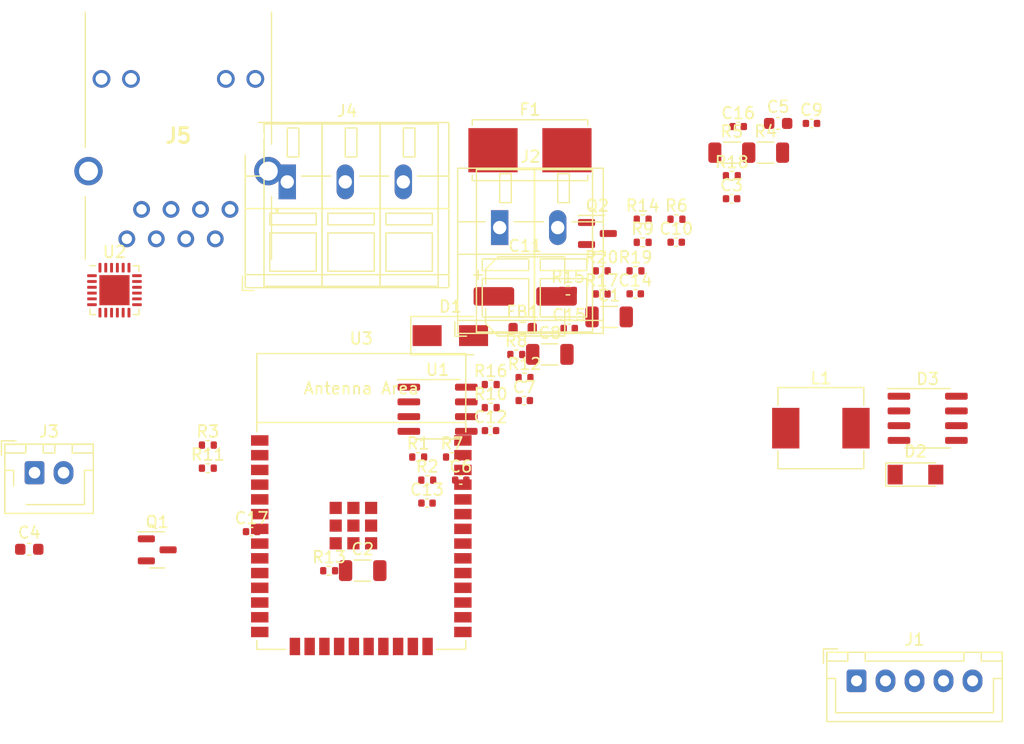
<source format=kicad_pcb>
(kicad_pcb (version 20211014) (generator pcbnew)
  (title_block (title "ELS-32") (date "2023-03-24") (rev "0.1"))
  (layers (0 "F.Cu" signal) (31 "B.Cu" signal) (34 "B.Paste" user) (35 "F.Paste" user) (36 "B.SilkS" user "B.Silkscreen") (37 "F.SilkS" user "F.Silkscreen") (38 "B.Mask" user) (39 "F.Mask" user) (44 "Edge.Cuts" user))
  (net 0 "")
  (net 1 "VDDA")
  (net 2 "GND")
  (net 3 "+3.3V")
  (net 4 "VDD")
  (net 5 "/ENABLE")
  (net 6 "+VDC")
  (net 7 "Net-(C4-Pad2)")
  (net 8 "/TXP")
  (net 9 "/TXN")
  (net 10 "/RXP")
  (net 11 "/RXN")
  (net 12 "Net-(F1-Pad1)")
  (net 13 "Net-(F1-Pad2)")
  (net 14 "/~{BOOT}")
  (net 15 "/TXD")
  (net 16 "/RXD")
  (net 17 "/LED_DATA5")
  (net 18 "/LED_G")
  (net 19 "/LED_Y")
  (net 20 "/REF_CLK")
  (net 21 "/RXD1")
  (net 22 "/RXD0")
  (net 23 "Net-(C5-Pad1)")
  (net 24 "/CRS_DV")
  (net 25 "/MDIO")
  (net 26 "/MDC")
  (net 27 "/~{RST}")
  (net 28 "/TXEN")
  (net 29 "/TXD0")
  (net 30 "/TXD1")
  (net 33 "Net-(C6-Pad2)")
  (net 34 "Net-(C7-Pad1)")
  (net 35 "Net-(C7-Pad2)")
  (net 36 "Net-(D3-Pad5)")
  (net 37 "Net-(D3-Pad6)")
  (net 38 "Net-(D3-Pad7)")
  (net 39 "Net-(D3-Pad8)")
  (net 41 "Net-(J5-Pad9)")
  (net 42 "Net-(J5-Pad11)")
  (net 43 "/LED_DATA33")
  (net 44 "Net-(R2-Pad2)")
  (net 45 "Net-(R10-Pad2)")
  (net 46 "Net-(R11-Pad2)")
  (net 48 "Net-(R12-Pad2)")
  (net 49 "Net-(R13-Pad2)")
  (net 50 "Net-(R15-Pad1)")
  (net 51 "Net-(R20-Pad1)")
  (footprint "Capacitor_SMD:C_0402_1005Metric" (layer "F.Cu") (at 180.99 76.3)
    (fp_text reference "C15" (at 0 -1.16) (layer "F.SilkS"))
    (fp_text value "100n")
    (pad "1" smd roundrect (at -0.48 0) (size 0.56 0.62) (layers "F.Cu" "F.Paste" "F.Mask") (net 3 "+3.3V"))
    (pad "2" smd roundrect (at 0.48 0) (size 0.56 0.62) (layers "F.Cu" "F.Paste" "F.Mask") (net 2 "GND"))
  )
  (footprint "Resistor_SMD:R_1206_3216Metric" (layer "F.Cu") (at 197.91 61.15)
    (fp_text reference "R4" (at 0 -1.82) (layer "F.SilkS"))
    (fp_text value "0")
    (pad "1" smd roundrect (at -1.4625 0) (size 1.125 1.75) (layers "F.Cu" "F.Paste" "F.Mask") (roundrect_rratio 0.222222) (net 4 "VDD"))
    (pad "2" smd roundrect (at 1.4625 0) (size 1.125 1.75) (layers "F.Cu" "F.Paste" "F.Mask") (roundrect_rratio 0.222222) (net 3 "+3.3V"))
  )
  (footprint "els_32-libs:ESP32-WROOM-32E" (layer "F.Cu") (at 163.08 92.97)
    (fp_text reference "U3" (at 0 -15.8) (layer "F.SilkS"))
    (fp_text value "ESP32-WROOM-32E")
    (fp_text user "Antenna Area" (at 0 -11.5) (layer "F.SilkS"))
    (pad "1" smd rect (at -8.75 -7.01) (size 1.5 0.9) (layers "F.Cu" "F.Paste" "F.Mask") (net 2 "GND"))
    (pad "2" smd rect (at -8.75 -5.74) (size 1.5 0.9) (layers "F.Cu" "F.Paste" "F.Mask") (net 3 "+3.3V"))
    (pad "3" smd rect (at -8.75 -4.47) (size 1.5 0.9) (layers "F.Cu" "F.Paste" "F.Mask") (net 5 "/ENABLE"))
    (pad "4" smd rect (at -8.75 -3.2) (size 1.5 0.9) (layers "F.Cu" "F.Paste" "F.Mask"))
    (pad "5" smd rect (at -8.75 -1.93) (size 1.5 0.9) (layers "F.Cu" "F.Paste" "F.Mask"))
    (pad "6" smd rect (at -8.75 -0.66) (size 1.5 0.9) (layers "F.Cu" "F.Paste" "F.Mask"))
    (pad "7" smd rect (at -8.75 0.61) (size 1.5 0.9) (layers "F.Cu" "F.Paste" "F.Mask"))
    (pad "8" smd rect (at -8.75 1.88) (size 1.5 0.9) (layers "F.Cu" "F.Paste" "F.Mask"))
    (pad "9" smd rect (at -8.75 3.15) (size 1.5 0.9) (layers "F.Cu" "F.Paste" "F.Mask"))
    (pad "10" smd rect (at -8.75 4.42) (size 1.5 0.9) (layers "F.Cu" "F.Paste" "F.Mask") (net 22 "/RXD0"))
    (pad "11" smd rect (at -8.75 5.69) (size 1.5 0.9) (layers "F.Cu" "F.Paste" "F.Mask") (net 21 "/RXD1"))
    (pad "12" smd rect (at -8.75 6.96) (size 1.5 0.9) (layers "F.Cu" "F.Paste" "F.Mask") (net 24 "/CRS_DV"))
    (pad "13" smd rect (at -8.75 8.23) (size 1.5 0.9) (layers "F.Cu" "F.Paste" "F.Mask"))
    (pad "14" smd rect (at -8.75 9.5) (size 1.5 0.9) (layers "F.Cu" "F.Paste" "F.Mask"))
    (pad "15" smd rect (at -5.72 10.75 90) (size 1.5 0.9) (layers "F.Cu" "F.Paste" "F.Mask") (net 2 "GND"))
    (pad "16" smd rect (at -4.45 10.75 90) (size 1.5 0.9) (layers "F.Cu" "F.Paste" "F.Mask"))
    (pad "17" smd rect (at -3.18 10.75 90) (size 1.5 0.9) (layers "F.Cu" "F.Paste" "F.Mask"))
    (pad "18" smd rect (at -1.91 10.75 90) (size 1.5 0.9) (layers "F.Cu" "F.Paste" "F.Mask"))
    (pad "19" smd rect (at -0.64 10.75 90) (size 1.5 0.9) (layers "F.Cu" "F.Paste" "F.Mask"))
    (pad "20" smd rect (at 0.63 10.75 90) (size 1.5 0.9) (layers "F.Cu" "F.Paste" "F.Mask"))
    (pad "21" smd rect (at 1.9 10.75 90) (size 1.5 0.9) (layers "F.Cu" "F.Paste" "F.Mask"))
    (pad "22" smd rect (at 3.17 10.75 90) (size 1.5 0.9) (layers "F.Cu" "F.Paste" "F.Mask"))
    (pad "23" smd rect (at 4.44 10.75 90) (size 1.5 0.9) (layers "F.Cu" "F.Paste" "F.Mask"))
    (pad "24" smd rect (at 5.71 10.75 90) (size 1.5 0.9) (layers "F.Cu" "F.Paste" "F.Mask"))
    (pad "25" smd rect (at 8.75 9.5 180) (size 1.5 0.9) (layers "F.Cu" "F.Paste" "F.Mask") (net 14 "/~{BOOT}"))
    (pad "26" smd rect (at 8.75 8.23 180) (size 1.5 0.9) (layers "F.Cu" "F.Paste" "F.Mask") (net 43 "/LED_DATA33"))
    (pad "27" smd rect (at 8.75 6.96 180) (size 1.5 0.9) (layers "F.Cu" "F.Paste" "F.Mask"))
    (pad "28" smd rect (at 8.75 5.69 180) (size 1.5 0.9) (layers "F.Cu" "F.Paste" "F.Mask") (net 51 "Net-(R20-Pad1)"))
    (pad "29" smd rect (at 8.75 4.42 180) (size 1.5 0.9) (layers "F.Cu" "F.Paste" "F.Mask") (net 27 "/~{RST}"))
    (pad "30" smd rect (at 8.75 3.15 180) (size 1.5 0.9) (layers "F.Cu" "F.Paste" "F.Mask") (net 25 "/MDIO"))
    (pad "31" smd rect (at 8.75 1.88 180) (size 1.5 0.9) (layers "F.Cu" "F.Paste" "F.Mask") (net 29 "/TXD0"))
    (pad "32" smd rect (at 8.75 0.61 180) (size 1.5 0.9) (layers "F.Cu" "F.Paste" "F.Mask"))
    (pad "33" smd rect (at 8.75 -0.66 180) (size 1.5 0.9) (layers "F.Cu" "F.Paste" "F.Mask") (net 28 "/TXEN"))
    (pad "34" smd rect (at 8.75 -1.93 180) (size 1.5 0.9) (layers "F.Cu" "F.Paste" "F.Mask") (net 16 "/RXD"))
    (pad "35" smd rect (at 8.75 -3.2 180) (size 1.5 0.9) (layers "F.Cu" "F.Paste" "F.Mask") (net 15 "/TXD"))
    (pad "36" smd rect (at 8.75 -4.47 180) (size 1.5 0.9) (layers "F.Cu" "F.Paste" "F.Mask") (net 30 "/TXD1"))
    (pad "37" smd rect (at 8.75 -5.74 180) (size 1.5 0.9) (layers "F.Cu" "F.Paste" "F.Mask") (net 26 "/MDC"))
    (pad "38" smd rect (at 8.75 -7.01 180) (size 1.5 0.9) (layers "F.Cu" "F.Paste" "F.Mask") (net 2 "GND"))
    (pad "39" smd rect (at -2.205 1.855 180) (size 1.05 1.05) (layers "F.Cu" "F.Paste" "F.Mask") (net 2 "GND"))
    (pad "39" smd rect (at -0.68 -1.195 180) (size 1.05 1.05) (layers "F.Cu" "F.Paste" "F.Mask") (net 2 "GND"))
    (pad "39" smd rect (at -0.68 0.33 180) (size 1.05 1.05) (layers "F.Cu" "F.Paste" "F.Mask") (net 2 "GND"))
    (pad "39" smd rect (at 0.845 1.855 180) (size 1.05 1.05) (layers "F.Cu" "F.Paste" "F.Mask") (net 2 "GND"))
    (pad "39" smd rect (at -2.205 0.33 180) (size 1.05 1.05) (layers "F.Cu" "F.Paste" "F.Mask") (net 2 "GND"))
    (pad "39" smd rect (at -2.205 -1.195 180) (size 1.05 1.05) (layers "F.Cu" "F.Paste" "F.Mask") (net 2 "GND"))
    (pad "39" smd rect (at -0.68 1.855 180) (size 1.05 1.05) (layers "F.Cu" "F.Paste" "F.Mask") (net 2 "GND"))
    (pad "39" smd rect (at 0.845 0.33 180) (size 1.05 1.05) (layers "F.Cu" "F.Paste" "F.Mask") (net 2 "GND"))
    (pad "39" smd rect (at 0.845 -1.195 180) (size 1.05 1.05) (layers "F.Cu" "F.Paste" "F.Mask") (net 2 "GND"))
  )
  (footprint "Resistor_SMD:R_0402_1005Metric" (layer "F.Cu") (at 167.98 87.39)
    (fp_text reference "R1" (at 0 -1.17) (layer "F.SilkS"))
    (fp_text value "4.7K")
    (pad "1" smd roundrect (at -0.51 0) (size 0.54 0.64) (layers "F.Cu" "F.Paste" "F.Mask") (net 7 "Net-(C4-Pad2)"))
    (pad "2" smd roundrect (at 0.51 0) (size 0.54 0.64) (layers "F.Cu" "F.Paste" "F.Mask") (net 23 "Net-(C5-Pad1)"))
  )
  (footprint "Resistor_SMD:R_0402_1005Metric" (layer "F.Cu") (at 174.23 83.13)
    (fp_text reference "R10" (at 0 -1.17) (layer "F.SilkS"))
    (fp_text value "10")
    (pad "1" smd roundrect (at -0.51 0) (size 0.54 0.64) (layers "F.Cu" "F.Paste" "F.Mask") (net 22 "/RXD0"))
    (pad "2" smd roundrect (at 0.51 0) (size 0.54 0.64) (layers "F.Cu" "F.Paste" "F.Mask") (net 45 "Net-(R10-Pad2)"))
  )
  (footprint "Resistor_SMD:R_0402_1005Metric" (layer "F.Cu") (at 183.79 73.33)
    (fp_text reference "R17" (at 0 -1.17) (layer "F.SilkS"))
    (fp_text value "49.9")
    (pad "1" smd roundrect (at -0.51 0) (size 0.54 0.64) (layers "F.Cu" "F.Paste" "F.Mask") (net 38 "Net-(D3-Pad7)"))
    (pad "2" smd roundrect (at 0.51 0) (size 0.54 0.64) (layers "F.Cu" "F.Paste" "F.Mask") (net 1 "VDDA"))
  )
  (footprint "Capacitor_SMD:C_0402_1005Metric" (layer "F.Cu") (at 190.21 68.87)
    (fp_text reference "C10" (at 0 -1.16) (layer "F.SilkS"))
    (fp_text value "100n")
    (pad "1" smd roundrect (at -0.48 0) (size 0.56 0.62) (layers "F.Cu" "F.Paste" "F.Mask") (net 2 "GND"))
    (pad "2" smd roundrect (at 0.48 0) (size 0.56 0.62) (layers "F.Cu" "F.Paste" "F.Mask") (net 5 "/ENABLE"))
  )
  (footprint "Resistor_SMD:R_0402_1005Metric" (layer "F.Cu") (at 190.23 66.89)
    (fp_text reference "R6" (at 0 -1.17) (layer "F.SilkS"))
    (fp_text value "10K")
    (pad "1" smd roundrect (at -0.51 0) (size 0.54 0.64) (layers "F.Cu" "F.Paste" "F.Mask") (net 3 "+3.3V"))
    (pad "2" smd roundrect (at 0.51 0) (size 0.54 0.64) (layers "F.Cu" "F.Paste" "F.Mask") (net 5 "/ENABLE"))
  )
  (footprint "Resistor_SMD:R_0402_1005Metric" (layer "F.Cu") (at 149.86 86.36)
    (fp_text reference "R3" (at 0 -1.17) (layer "F.SilkS"))
    (fp_text value "3.3K")
    (pad "1" smd roundrect (at -0.51 0) (size 0.54 0.64) (layers "F.Cu" "F.Paste" "F.Mask") (net 44 "Net-(R2-Pad2)"))
    (pad "2" smd roundrect (at 0.51 0) (size 0.54 0.64) (layers "F.Cu" "F.Paste" "F.Mask") (net 2 "GND"))
  )
  (footprint "Capacitor_SMD:C_1206_3216Metric" (layer "F.Cu") (at 163.2 97.18)
    (fp_text reference "C2" (at 0 -1.85) (layer "F.SilkS"))
    (fp_text value "10u")
    (pad "1" smd roundrect (at -1.475 0) (size 1.15 1.8) (layers "F.Cu" "F.Paste" "F.Mask") (roundrect_rratio 0.217391) (net 6 "+VDC"))
    (pad "2" smd roundrect (at 1.475 0) (size 1.15 1.8) (layers "F.Cu" "F.Paste" "F.Mask") (roundrect_rratio 0.217391) (net 2 "GND"))
  )
  (footprint "Resistor_SMD:R_0402_1005Metric" (layer "F.Cu") (at 149.86 88.35)
    (fp_text reference "R11" (at 0 -1.17) (layer "F.SilkS"))
    (fp_text value "10")
    (pad "1" smd roundrect (at -0.51 0) (size 0.54 0.64) (layers "F.Cu" "F.Paste" "F.Mask") (net 21 "/RXD1"))
    (pad "2" smd roundrect (at 0.51 0) (size 0.54 0.64) (layers "F.Cu" "F.Paste" "F.Mask") (net 46 "Net-(R11-Pad2)"))
  )
  (footprint "Resistor_SMD:R_0402_1005Metric" (layer "F.Cu") (at 177.14 80.54)
    (fp_text reference "R12" (at 0 -1.17) (layer "F.SilkS"))
    (fp_text value "10")
    (pad "1" smd roundrect (at -0.51 0) (size 0.54 0.64) (layers "F.Cu" "F.Paste" "F.Mask"))
    (pad "2" smd roundrect (at 0.51 0) (size 0.54 0.64) (layers "F.Cu" "F.Paste" "F.Mask") (net 48 "Net-(R12-Pad2)"))
  )
  (footprint "Resistor_SMD:R_0402_1005Metric" (layer "F.Cu") (at 187.32 66.89)
    (fp_text reference "R14" (at 0 -1.17) (layer "F.SilkS"))
    (fp_text value "1.5K")
    (pad "1" smd roundrect (at -0.51 0) (size 0.54 0.64) (layers "F.Cu" "F.Paste" "F.Mask") (net 25 "/MDIO"))
    (pad "2" smd roundrect (at 0.51 0) (size 0.54 0.64) (layers "F.Cu" "F.Paste" "F.Mask") (net 4 "VDD"))
  )
  (footprint "Connector_JST:JST_XH_B2B-XH-AM_1x02_P2.50mm_Vertical" (layer "F.Cu") (at 134.93 88.74)
    (fp_text reference "J3" (at 1.25 -3.55) (layer "F.SilkS"))
    (fp_text value "JST-XH")
    (pad "" np_thru_hole circle (at -1.6 2) (size 1.2 1.2) (drill 1.2) (layers *.Cu *.Mask))
    (pad "1" thru_hole roundrect (at 0 0) (size 1.7 2) (drill 1) (layers *.Cu *.Mask) (roundrect_rratio 0.147059) (net 2 "GND"))
    (pad "2" thru_hole oval (at 2.5 0) (size 1.7 2) (drill 1) (layers *.Cu *.Mask) (net 3 "+3.3V"))
  )
  (footprint "Capacitor_SMD:C_0402_1005Metric" (layer "F.Cu") (at 177.12 82.52)
    (fp_text reference "C7" (at 0 -1.16) (layer "F.SilkS"))
    (fp_text value "100n")
    (pad "1" smd roundrect (at -0.48 0) (size 0.56 0.62) (layers "F.Cu" "F.Paste" "F.Mask") (net 34 "Net-(C7-Pad1)"))
    (pad "2" smd roundrect (at 0.48 0) (size 0.56 0.62) (layers "F.Cu" "F.Paste" "F.Mask") (net 35 "Net-(C7-Pad2)"))
  )
  (footprint "Resistor_SMD:R_0402_1005Metric" (layer "F.Cu") (at 174.23 81.14)
    (fp_text reference "R16" (at 0 -1.17) (layer "F.SilkS"))
    (fp_text value "49.9")
    (pad "1" smd roundrect (at -0.51 0) (size 0.54 0.64) (layers "F.Cu" "F.Paste" "F.Mask") (net 39 "Net-(D3-Pad8)"))
    (pad "2" smd roundrect (at 0.51 0) (size 0.54 0.64) (layers "F.Cu" "F.Paste" "F.Mask") (net 1 "VDDA"))
  )
  (footprint "Fuse:Fuseholder_Littelfuse_Nano2_154x" (layer "F.Cu") (at 177.61 60.94)
    (fp_text reference "F1" (at 0 -3.5 unlocked) (layer "F.SilkS"))
    (fp_text value "5A")
    (pad "1" smd rect (at -3.185 0) (size 4.24 3.81) (layers "F.Cu" "F.Paste" "F.Mask") (net 12 "Net-(F1-Pad1)"))
    (pad "2" smd rect (at 3.185 0) (size 4.24 3.81) (layers "F.Cu" "F.Paste" "F.Mask") (net 13 "Net-(F1-Pad2)"))
  )
  (footprint "Capacitor_SMD:CP_Elec_6.3x7.7" (layer "F.Cu") (at 177.2 73.54)
    (fp_text reference "C11" (at 0 -4.35) (layer "F.SilkS"))
    (fp_text value "220u")
    (pad "1" smd roundrect (at -2.7 0) (size 3.5 1.6) (layers "F.Cu" "F.Paste" "F.Mask") (roundrect_rratio 0.15625) (net 6 "+VDC"))
    (pad "2" smd roundrect (at 2.7 0) (size 3.5 1.6) (layers "F.Cu" "F.Paste" "F.Mask") (roundrect_rratio 0.15625) (net 2 "GND"))
  )
  (footprint "Resistor_SMD:R_0402_1005Metric" (layer "F.Cu") (at 180.88 73.03)
    (fp_text reference "R15" (at 0 -1.17) (layer "F.SilkS"))
    (fp_text value "12.1K / 1%")
    (pad "1" smd roundrect (at -0.51 0) (size 0.54 0.64) (layers "F.Cu" "F.Paste" "F.Mask") (net 50 "Net-(R15-Pad1)"))
    (pad "2" smd roundrect (at 0.51 0) (size 0.54 0.64) (layers "F.Cu" "F.Paste" "F.Mask") (net 2 "GND"))
  )
  (footprint "Resistor_SMD:R_0402_1005Metric" (layer "F.Cu") (at 186.7 71.34)
    (fp_text reference "R19" (at 0 -1.17) (layer "F.SilkS"))
    (fp_text value "49.9")
    (pad "1" smd roundrect (at -0.51 0) (size 0.54 0.64) (layers "F.Cu" "F.Paste" "F.Mask") (net 36 "Net-(D3-Pad5)"))
    (pad "2" smd roundrect (at 0.51 0) (size 0.54 0.64) (layers "F.Cu" "F.Paste" "F.Mask") (net 1 "VDDA"))
  )
  (footprint "Resistor_SMD:R_0402_1005Metric" (layer "F.Cu") (at 160.31 97.19)
    (fp_text reference "R13" (at 0 -1.17) (layer "F.SilkS"))
    (fp_text value "10")
    (pad "1" smd roundrect (at -0.51 0) (size 0.54 0.64) (layers "F.Cu" "F.Paste" "F.Mask") (net 24 "/CRS_DV"))
    (pad "2" smd roundrect (at 0.51 0) (size 0.54 0.64) (layers "F.Cu" "F.Paste" "F.Mask") (net 49 "Net-(R13-Pad2)"))
  )
  (footprint "Resistor_SMD:R_0402_1005Metric" (layer "F.Cu") (at 176.43 78.55)
    (fp_text reference "R8" (at 0 -1.17) (layer "F.SilkS"))
    (fp_text value "330")
    (pad "1" smd roundrect (at -0.51 0) (size 0.54 0.64) (layers "F.Cu" "F.Paste" "F.Mask") (net 19 "/LED_Y"))
    (pad "2" smd roundrect (at 0.51 0) (size 0.54 0.64) (layers "F.Cu" "F.Paste" "F.Mask") (net 42 "Net-(J5-Pad11)"))
  )
  (footprint "Connector_JST:JST_XH_B5B-XH-A_1x05_P2.50mm_Vertical" (layer "F.Cu") (at 205.74 106.68)
    (fp_text reference "J1" (at 5 -3.55) (layer "F.SilkS"))
    (fp_text value "JST-XH")
    (pad "1" thru_hole roundrect (at 0 0) (size 1.7 1.95) (drill 0.95) (layers *.Cu *.Mask) (roundrect_rratio 0.147059) (net 2 "GND"))
    (pad "2" thru_hole oval (at 2.5 0) (size 1.7 1.95) (drill 0.95) (layers *.Cu *.Mask) (net 14 "/~{BOOT}"))
    (pad "3" thru_hole oval (at 5 0) (size 1.7 1.95) (drill 0.95) (layers *.Cu *.Mask) (net 5 "/ENABLE"))
    (pad "4" thru_hole oval (at 7.5 0) (size 1.7 1.95) (drill 0.95) (layers *.Cu *.Mask) (net 15 "/TXD"))
    (pad "5" thru_hole oval (at 10 0) (size 1.7 1.95) (drill 0.95) (layers *.Cu *.Mask) (net 16 "/RXD"))
  )
  (footprint "Diode_SMD:D_MiniMELF" (layer "F.Cu") (at 210.82 88.9)
    (fp_text reference "D2" (at 0 -2) (layer "F.SilkS"))
    (fp_text value "ZMMxx")
    (pad "1" smd rect (at -1.75 0) (size 1.3 1.7) (layers "F.Cu" "F.Paste" "F.Mask") (net 17 "/LED_DATA5"))
    (pad "2" smd rect (at 1.75 0) (size 1.3 1.7) (layers "F.Cu" "F.Paste" "F.Mask") (net 2 "GND"))
  )
  (footprint "Capacitor_SMD:C_1206_3216Metric" (layer "F.Cu") (at 179.32 78.54)
    (fp_text reference "C8" (at 0 -1.85) (layer "F.SilkS"))
    (fp_text value "47u")
    (pad "1" smd roundrect (at -1.475 0) (size 1.15 1.8) (layers "F.Cu" "F.Paste" "F.Mask") (roundrect_rratio 0.217391) (net 2 "GND"))
    (pad "2" smd roundrect (at 1.475 0) (size 1.15 1.8) (layers "F.Cu" "F.Paste" "F.Mask") (roundrect_rratio 0.217391) (net 3 "+3.3V"))
  )
  (footprint "Diode_SMD:D_SMA" (layer "F.Cu") (at 170.75 76.92)
    (fp_text reference "D1" (at 0 -2.5) (layer "F.SilkS"))
    (fp_text value "SS14")
    (pad "1" smd rect (at -2 0) (size 2.5 1.8) (layers "F.Cu" "F.Paste" "F.Mask") (net 35 "Net-(C7-Pad2)"))
    (pad "2" smd rect (at 2 0) (size 2.5 1.8) (layers "F.Cu" "F.Paste" "F.Mask") (net 2 "GND"))
  )
  (footprint "Capacitor_SMD:C_0402_1005Metric" (layer "F.Cu") (at 168.74 91.36)
    (fp_text reference "C13" (at 0 -1.16) (layer "F.SilkS"))
    (fp_text value "1u")
    (pad "1" smd roundrect (at -0.48 0) (size 0.56 0.62) (layers "F.Cu" "F.Paste" "F.Mask") (net 4 "VDD"))
    (pad "2" smd roundrect (at 0.48 0) (size 0.56 0.62) (layers "F.Cu" "F.Paste" "F.Mask") (net 2 "GND"))
  )
  (footprint "Capacitor_SMD:C_0402_1005Metric" (layer "F.Cu") (at 153.63 93.82)
    (fp_text reference "C17" (at 0 -1.16) (layer "F.SilkS"))
    (fp_text value "10n")
    (pad "1" smd roundrect (at -0.48 0) (size 0.56 0.62) (layers "F.Cu" "F.Paste" "F.Mask") (net 1 "VDDA"))
    (pad "2" smd roundrect (at 0.48 0) (size 0.56 0.62) (layers "F.Cu" "F.Paste" "F.Mask") (net 2 "GND"))
  )
  (footprint "Resistor_SMD:R_1206_3216Metric" (layer "F.Cu") (at 195 61.15)
    (fp_text reference "R5" (at 0 -1.82) (layer "F.SilkS"))
    (fp_text value "2K")
    (pad "1" smd roundrect (at -1.4625 0) (size 1.125 1.75) (layers "F.Cu" "F.Paste" "F.Mask") (roundrect_rratio 0.222222) (net 6 "+VDC"))
    (pad "2" smd roundrect (at 1.4625 0) (size 1.125 1.75) (layers "F.Cu" "F.Paste" "F.Mask") (roundrect_rratio 0.222222) (net 17 "/LED_DATA5"))
  )
  (footprint "Capacitor_SMD:C_0402_1005Metric" (layer "F.Cu") (at 195.55 58.9)
    (fp_text reference "C16" (at 0 -1.16) (layer "F.SilkS"))
    (fp_text value "10n")
    (pad "1" smd roundrect (at -0.48 0) (size 0.56 0.62) (layers "F.Cu" "F.Paste" "F.Mask") (net 1 "VDDA"))
    (pad "2" smd roundrect (at 0.48 0) (size 0.56 0.62) (layers "F.Cu" "F.Paste" "F.Mask") (net 2 "GND"))
  )
  (footprint "Package_SO:SOIC-8_3.9x4.9mm_P1.27mm" (layer "F.Cu") (at 169.65 83.27)
    (fp_text reference "U1" (at 0 -3.4) (layer "F.SilkS"))
    (fp_text value "TPS54233")
    (pad "1" smd roundrect (at -2.475 -1.905) (size 1.95 0.6) (layers "F.Cu" "F.Paste" "F.Mask") (net 34 "Net-(C7-Pad1)"))
    (pad "2" smd roundrect (at -2.475 -0.635) (size 1.95 0.6) (layers "F.Cu" "F.Paste" "F.Mask") (net 6 "+VDC"))
    (pad "3" smd roundrect (at -2.475 0.635) (size 1.95 0.6) (layers "F.Cu" "F.Paste" "F.Mask"))
    (pad "4" smd roundrect (at -2.475 1.905) (size 1.95 0.6) (layers "F.Cu" "F.Paste" "F.Mask") (net 33 "Net-(C6-Pad2)"))
    (pad "5" smd roundrect (at 2.475 1.905) (size 1.95 0.6) (layers "F.Cu" "F.Paste" "F.Mask") (net 44 "Net-(R2-Pad2)"))
    (pad "6" smd roundrect (at 2.475 0.635) (size 1.95 0.6) (layers "F.Cu" "F.Paste" "F.Mask") (net 7 "Net-(C4-Pad2)"))
    (pad "7" smd roundrect (at 2.475 -0.635) (size 1.95 0.6) (layers "F.Cu" "F.Paste" "F.Mask") (net 2 "GND"))
    (pad "8" smd roundrect (at 2.475 -1.905) (size 1.95 0.6) (layers "F.Cu" "F.Paste" "F.Mask") (net 35 "Net-(C7-Pad2)"))
  )
  (footprint "Resistor_SMD:R_0402_1005Metric" (layer "F.Cu") (at 195 63.14)
    (fp_text reference "R18" (at 0 -1.17) (layer "F.SilkS"))
    (fp_text value "49.9")
    (pad "1" smd roundrect (at -0.51 0) (size 0.54 0.64) (layers "F.Cu" "F.Paste" "F.Mask") (net 37 "Net-(D3-Pad6)"))
    (pad "2" smd roundrect (at 0.51 0) (size 0.54 0.64) (layers "F.Cu" "F.Paste" "F.Mask") (net 1 "VDDA"))
  )
  (footprint "els_32-libs:HR911105A" (layer "F.Cu") (at 151.7695 66.04)
    (fp_text reference "J5" (at -4.45 -6.35) (layer "F.SilkS") (effects (font (size 1.27 1.27) (thickness 0.254))))
    (fp_text value "HR911105A" hide)
    (pad "" np_thru_hole circle locked (at 1.27 -6.35) (size 3.25 3.25) (drill 3.25) (layers *.Cu *.Mask))
    (pad "" np_thru_hole circle locked (at -10.16 -6.35) (size 3.25 3.25) (drill 3.25) (layers *.Cu *.Mask))
    (pad "1" thru_hole circle locked (at 0 0) (size 1.446 1.446) (drill 0.89) (layers *.Cu *.Mask) (net 8 "/TXP"))
    (pad "2" thru_hole circle locked (at -1.27 2.54) (size 1.446 1.446) (drill 0.89) (layers *.Cu *.Mask) (net 9 "/TXN"))
    (pad "3" thru_hole circle locked (at -2.54 0) (size 1.446 1.446) (drill 0.89) (layers *.Cu *.Mask) (net 10 "/RXP"))
    (pad "4" thru_hole circle locked (at -3.81 2.54) (size 1.446 1.446) (drill 0.89) (layers *.Cu *.Mask) (net 1 "VDDA"))
    (pad "5" thru_hole circle locked (at -5.08 0) (size 1.446 1.446) (drill 0.89) (layers *.Cu *.Mask) (net 1 "VDDA"))
    (pad "6" thru_hole circle locked (at -6.35 2.54) (size 1.446 1.446) (drill 0.89) (layers *.Cu *.Mask) (net 11 "/RXN"))
    (pad "7" thru_hole circle locked (at -7.62 0) (size 1.446 1.446) (drill 0.89) (layers *.Cu *.Mask))
    (pad "8" thru_hole circle locked (at -8.89 2.54) (size 1.446 1.446) (drill 0.89) (layers *.Cu *.Mask) (net 2 "GND"))
    (pad "9" thru_hole circle locked (at 2.18 -11.25) (size 1.53 1.53) (drill 1.02) (layers *.Cu *.Mask) (net 41 "Net-(J5-Pad9)"))
    (pad "10" thru_hole circle locked (at -0.36 -11.25) (size 1.53 1.53) (drill 1.02) (layers *.Cu *.Mask) (net 2 "GND"))
    (pad "11" thru_hole circle locked (at -8.53 -11.25) (size 1.53 1.53) (drill 1.02) (layers *.Cu *.Mask) (net 42 "Net-(J5-Pad11)"))
    (pad "12" thru_hole circle locked (at -11.07 -11.25) (size 1.53 1.53) (drill 1.02) (layers *.Cu *.Mask) (net 1 "VDDA"))
    (pad "MH1" thru_hole circle locked (at 3.3 -3.3) (size 2.445 2.445) (drill 1.63) (layers *.Cu *.Mask) (net 2 "GND"))
    (pad "MH2" thru_hole circle locked (at -12.19 -3.3) (size 2.445 2.445) (drill 1.63) (layers *.Cu *.Mask) (net 2 "GND"))
  )
  (footprint "Capacitor_SMD:C_0402_1005Metric" (layer "F.Cu") (at 186.68 73.32)
    (fp_text reference "C14" (at 0 -1.16) (layer "F.SilkS"))
    (fp_text value "470p")
    (pad "1" smd roundrect (at -0.48 0) (size 0.56 0.62) (layers "F.Cu" "F.Paste" "F.Mask") (net 4 "VDD"))
    (pad "2" smd roundrect (at 0.48 0) (size 0.56 0.62) (layers "F.Cu" "F.Paste" "F.Mask") (net 2 "GND"))
  )
  (footprint "Capacitor_SMD:C_0603_1608Metric" (layer "F.Cu") (at 198.99 58.63)
    (fp_text reference "C5" (at 0 -1.43) (layer "F.SilkS"))
    (fp_text value "15n")
    (pad "1" smd roundrect (at -0.775 0) (size 0.9 0.95) (layers "F.Cu" "F.Paste" "F.Mask") (net 23 "Net-(C5-Pad1)"))
    (pad "2" smd roundrect (at 0.775 0) (size 0.9 0.95) (layers "F.Cu" "F.Paste" "F.Mask") (net 2 "GND"))
  )
  (footprint "Capacitor_SMD:C_0603_1608Metric" (layer "F.Cu") (at 134.475 95.34)
    (fp_text reference "C4" (at 0 -1.43) (layer "F.SilkS"))
    (fp_text value "10p")
    (pad "1" smd roundrect (at -0.775 0) (size 0.9 0.95) (layers "F.Cu" "F.Paste" "F.Mask") (net 2 "GND"))
    (pad "2" smd roundrect (at 0.775 0) (size 0.9 0.95) (layers "F.Cu" "F.Paste" "F.Mask") (net 7 "Net-(C4-Pad2)"))
  )
  (footprint "Capacitor_SMD:C_1206_3216Metric" (layer "F.Cu") (at 184.43 75.31)
    (fp_text reference "C1" (at 0 -1.85) (layer "F.SilkS"))
    (fp_text value "10u")
    (pad "1" smd roundrect (at -1.475 0) (size 1.15 1.8) (layers "F.Cu" "F.Paste" "F.Mask") (roundrect_rratio 0.217391) (net 2 "GND"))
    (pad "2" smd roundrect (at 1.475 0) (size 1.15 1.8) (layers "F.Cu" "F.Paste" "F.Mask") (roundrect_rratio 0.217391) (net 6 "+VDC"))
  )
  (footprint "Resistor_SMD:R_0402_1005Metric" (layer "F.Cu") (at 183.79 71.34)
    (fp_text reference "R20" (at 0 -1.17) (layer "F.SilkS"))
    (fp_text value "33")
    (pad "1" smd roundrect (at -0.51 0) (size 0.54 0.64) (layers "F.Cu" "F.Paste" "F.Mask") (net 51 "Net-(R20-Pad1)"))
    (pad "2" smd roundrect (at 0.51 0) (size 0.54 0.64) (layers "F.Cu" "F.Paste" "F.Mask") (net 20 "/REF_CLK"))
  )
  (footprint "Capacitor_SMD:C_0402_1005Metric" (layer "F.Cu") (at 171.65 89.37)
    (fp_text reference "C6" (at 0 -1.16) (layer "F.SilkS"))
    (fp_text value "10n")
    (pad "1" smd roundrect (at -0.48 0) (size 0.56 0.62) (layers "F.Cu" "F.Paste" "F.Mask") (net 2 "GND"))
    (pad "2" smd roundrect (at 0.48 0) (size 0.56 0.62) (layers "F.Cu" "F.Paste" "F.Mask") (net 33 "Net-(C6-Pad2)"))
  )
  (footprint "Package_DFN_QFN:QFN-24-1EP_4x4mm_P0.5mm_EP2.6x2.6mm" (layer "F.Cu") (at 141.815 73.005)
    (fp_text reference "U2" (at 0 -3.3) (layer "F.SilkS"))
    (fp_text value "LAN8720A")
    (pad "1" smd roundrect (at -1.9375 -1.25) (size 0.825 0.25) (layers "F.Cu" "F.Paste" "F.Mask") (net 1 "VDDA"))
    (pad "2" smd roundrect (at -1.9375 -0.75) (size 0.825 0.25) (layers "F.Cu" "F.Paste" "F.Mask") (net 19 "/LED_Y"))
    (pad "3" smd roundrect (at -1.9375 -0.25) (size 0.825 0.25) (layers "F.Cu" "F.Paste" "F.Mask") (net 18 "/LED_G"))
    (pad "4" smd roundrect (at -1.9375 0.25) (size 0.825 0.25) (layers "F.Cu" "F.Paste" "F.Mask"))
    (pad "5" smd roundrect (at -1.9375 0.75) (size 0.825 0.25) (layers "F.Cu" "F.Paste" "F.Mask") (net 20 "/REF_CLK"))
    (pad "6" smd roundrect (at -1.9375 1.25) (size 0.825 0.25) (layers "F.Cu" "F.Paste" "F.Mask") (net 4 "VDD"))
    (pad "7" smd roundrect (at -1.25 1.9375) (size 0.25 0.825) (layers "F.Cu" "F.Paste" "F.Mask") (net 46 "Net-(R11-Pad2)"))
    (pad "8" smd roundrect (at -0.75 1.9375) (size 0.25 0.825) (layers "F.Cu" "F.Paste" "F.Mask") (net 45 "Net-(R10-Pad2)"))
    (pad "9" smd roundrect (at -0.25 1.9375) (size 0.25 0.825) (layers "F.Cu" "F.Paste" "F.Mask") (net 3 "+3.3V"))
    (pad "10" smd roundrect (at 0.25 1.9375) (size 0.25 0.825) (layers "F.Cu" "F.Paste" "F.Mask") (net 48 "Net-(R12-Pad2)"))
    (pad "11" smd roundrect (at 0.75 1.9375) (size 0.25 0.825) (layers "F.Cu" "F.Paste" "F.Mask") (net 49 "Net-(R13-Pad2)"))
    (pad "12" smd roundrect (at 1.25 1.9375) (size 0.25 0.825) (layers "F.Cu" "F.Paste" "F.Mask") (net 25 "/MDIO"))
    (pad "13" smd roundrect (at 1.9375 1.25) (size 0.825 0.25) (layers "F.Cu" "F.Paste" "F.Mask") (net 26 "/MDC"))
    (pad "14" smd roundrect (at 1.9375 0.75) (size 0.825 0.25) (layers "F.Cu" "F.Paste" "F.Mask"))
    (pad "15" smd roundrect (at 1.9375 0.25) (size 0.825 0.25) (layers "F.Cu" "F.Paste" "F.Mask") (net 27 "/~{RST}"))
    (pad "16" smd roundrect (at 1.9375 -0.25) (size 0.825 0.25) (layers "F.Cu" "F.Paste" "F.Mask") (net 28 "/TXEN"))
    (pad "17" smd roundrect (at 1.9375 -0.75) (size 0.825 0.25) (layers "F.Cu" "F.Paste" "F.Mask") (net 29 "/TXD0"))
    (pad "18" smd roundrect (at 1.9375 -1.25) (size 0.825 0.25) (layers "F.Cu" "F.Paste" "F.Mask") (net 30 "/TXD1"))
    (pad "19" smd roundrect (at 1.25 -1.9375) (size 0.25 0.825) (layers "F.Cu" "F.Paste" "F.Mask") (net 1 "VDDA"))
    (pad "20" smd roundrect (at 0.75 -1.9375) (size 0.25 0.825) (layers "F.Cu" "F.Paste" "F.Mask") (net 38 "Net-(D3-Pad7)"))
    (pad "21" smd roundrect (at 0.25 -1.9375) (size 0.25 0.825) (layers "F.Cu" "F.Paste" "F.Mask") (net 39 "Net-(D3-Pad8)"))
    (pad "22" smd roundrect (at -0.25 -1.9375) (size 0.25 0.825) (layers "F.Cu" "F.Paste" "F.Mask") (net 36 "Net-(D3-Pad5)"))
    (pad "23" smd roundrect (at -0.75 -1.9375) (size 0.25 0.825) (layers "F.Cu" "F.Paste" "F.Mask") (net 37 "Net-(D3-Pad6)"))
    (pad "24" smd roundrect (at -1.25 -1.9375) (size 0.25 0.825) (layers "F.Cu" "F.Paste" "F.Mask") (net 50 "Net-(R15-Pad1)"))
    (pad "25" smd rect (at 0 0) (size 2.6 2.6) (layers "F.Cu" "F.Mask") (net 2 "GND"))
  )
  (footprint "Resistor_SMD:R_0402_1005Metric" (layer "F.Cu") (at 168.76 89.38)
    (fp_text reference "R2" (at 0 -1.17) (layer "F.SilkS"))
    (fp_text value "10K")
    (pad "1" smd roundrect (at -0.51 0) (size 0.54 0.64) (layers "F.Cu" "F.Paste" "F.Mask") (net 35 "Net-(C7-Pad2)"))
    (pad "2" smd roundrect (at 0.51 0) (size 0.54 0.64) (layers "F.Cu" "F.Paste" "F.Mask") (net 44 "Net-(R2-Pad2)"))
  )
  (footprint "Capacitor_SMD:C_0402_1005Metric" (layer "F.Cu") (at 174.21 85.11)
    (fp_text reference "C12" (at 0 -1.16) (layer "F.SilkS"))
    (fp_text value "22n")
    (pad "1" smd roundrect (at -0.48 0) (size 0.56 0.62) (layers "F.Cu" "F.Paste" "F.Mask") (net 2 "GND"))
    (pad "2" smd roundrect (at 0.48 0) (size 0.56 0.62) (layers "F.Cu" "F.Paste" "F.Mask") (net 1 "VDDA"))
  )
  (footprint "Resistor_SMD:R_0402_1005Metric" (layer "F.Cu") (at 187.32 68.88)
    (fp_text reference "R9" (at 0 -1.17) (layer "F.SilkS"))
    (fp_text value "10K")
    (pad "1" smd roundrect (at -0.51 0) (size 0.54 0.64) (layers "F.Cu" "F.Paste" "F.Mask") (net 43 "/LED_DATA33"))
    (pad "2" smd roundrect (at 0.51 0) (size 0.54 0.64) (layers "F.Cu" "F.Paste" "F.Mask") (net 3 "+3.3V"))
  )
  (footprint "Inductor_SMD:L_Sunlord_MWSA06xxS" (layer "F.Cu") (at 202.67 84.9)
    (fp_text reference "L1" (at 0 -4.3) (layer "F.SilkS"))
    (fp_text value "47u")
    (pad "1" smd rect locked (at -3.025 0) (size 2.35 3.5) (layers "F.Cu" "F.Paste" "F.Mask") (net 35 "Net-(C7-Pad2)"))
    (pad "2" smd rect locked (at 3.025 0) (size 2.35 3.5) (layers "F.Cu" "F.Paste" "F.Mask") (net 3 "+3.3V"))
  )
  (footprint "Package_TO_SOT_SMD:SOT-23" (layer "F.Cu") (at 183.42 68.12)
    (fp_text reference "Q2" (at 0 -2.4) (layer "F.SilkS"))
    (fp_text value "2N7002")
    (pad "1" smd roundrect (at -0.9375 -0.95) (size 1.475 0.6) (layers "F.Cu" "F.Paste" "F.Mask") (net 3 "+3.3V"))
    (pad "2" smd roundrect (at -0.9375 0.95) (size 1.475 0.6) (layers "F.Cu" "F.Paste" "F.Mask") (net 43 "/LED_DATA33"))
    (pad "3" smd roundrect (at 0.9375 0) (size 1.475 0.6) (layers "F.Cu" "F.Paste" "F.Mask") (net 17 "/LED_DATA5"))
  )
  (footprint "TerminalBlock_WAGO:TerminalBlock_WAGO_236-103_1x03_P5.00mm_45Degree" (layer "F.Cu") (at 156.7 63.67)
    (fp_text reference "J4" (at 5.15 -6.12) (layer "F.SilkS"))
    (fp_text value "Conn_01x03_Female")
    (pad "1" thru_hole rect (at 0 0) (size 1.5 3) (drill 1.15) (layers *.Cu *.Mask) (net 2 "GND"))
    (pad "2" thru_hole oval (at 5 0) (size 1.5 3) (drill 1.15) (layers *.Cu *.Mask) (net 17 "/LED_DATA5"))
    (pad "3" thru_hole oval (at 10 0) (size 1.5 3) (drill 1.15) (layers *.Cu *.Mask) (net 6 "+VDC"))
  )
  (footprint "Capacitor_SMD:C_0402_1005Metric" (layer "F.Cu") (at 194.98 65.12)
    (fp_text reference "C3" (at 0 -1.16) (layer "F.SilkS"))
    (fp_text value "10n")
    (pad "1" smd roundrect (at -0.48 0) (size 0.56 0.62) (layers "F.Cu" "F.Paste" "F.Mask") (net 2 "GND"))
    (pad "2" smd roundrect (at 0.48 0) (size 0.56 0.62) (layers "F.Cu" "F.Paste" "F.Mask") (net 6 "+VDC"))
  )
  (footprint "Package_TO_SOT_SMD:SOT-23" (layer "F.Cu") (at 145.5 95.39)
    (fp_text reference "Q1" (at 0 -2.4) (layer "F.SilkS"))
    (fp_text value "Q_PMOS_DGS")
    (pad "1" smd roundrect (at -0.9375 -0.95) (size 1.475 0.6) (layers "F.Cu" "F.Paste" "F.Mask") (net 2 "GND"))
    (pad "2" smd roundrect (at -0.9375 0.95) (size 1.475 0.6) (layers "F.Cu" "F.Paste" "F.Mask") (net 12 "Net-(F1-Pad1)"))
    (pad "3" smd roundrect (at 0.9375 0) (size 1.475 0.6) (layers "F.Cu" "F.Paste" "F.Mask") (net 6 "+VDC"))
  )
  (footprint "Capacitor_SMD:C_0402_1005Metric" (layer "F.Cu") (at 201.86 58.63)
    (fp_text reference "C9" (at 0 -1.16) (layer "F.SilkS"))
    (fp_text value "4.7uF")
    (pad "1" smd roundrect (at -0.48 0) (size 0.56 0.62) (layers "F.Cu" "F.Paste" "F.Mask") (net 2 "GND"))
    (pad "2" smd roundrect (at 0.48 0) (size 0.56 0.62) (layers "F.Cu" "F.Paste" "F.Mask") (net 1 "VDDA"))
  )
  (footprint "Package_SO:SOIC-8_3.9x4.9mm_P1.27mm" (layer "F.Cu") (at 211.87 84.05)
    (fp_text reference "D3" (at 0 -3.4) (layer "F.SilkS"))
    (fp_text value "CDNBS08-SLVU2.8-4")
    (pad "1" smd roundrect (at -2.475 -1.905) (size 1.95 0.6) (layers "F.Cu" "F.Paste" "F.Mask") (net 8 "/TXP"))
    (pad "2" smd roundrect (at -2.475 -0.635) (size 1.95 0.6) (layers "F.Cu" "F.Paste" "F.Mask") (net 9 "/TXN"))
    (pad "3" smd roundrect (at -2.475 0.635) (size 1.95 0.6) (layers "F.Cu" "F.Paste" "F.Mask") (net 10 "/RXP"))
    (pad "4" smd roundrect (at -2.475 1.905) (size 1.95 0.6) (layers "F.Cu" "F.Paste" "F.Mask") (net 11 "/RXN"))
    (pad "5" smd roundrect (at 2.475 1.905) (size 1.95 0.6) (layers "F.Cu" "F.Paste" "F.Mask") (net 36 "Net-(D3-Pad5)"))
    (pad "6" smd roundrect (at 2.475 0.635) (size 1.95 0.6) (layers "F.Cu" "F.Paste" "F.Mask") (net 37 "Net-(D3-Pad6)"))
    (pad "7" smd roundrect (at 2.475 -0.635) (size 1.95 0.6) (layers "F.Cu" "F.Paste" "F.Mask") (net 38 "Net-(D3-Pad7)"))
    (pad "8" smd roundrect (at 2.475 -1.905) (size 1.95 0.6) (layers "F.Cu" "F.Paste" "F.Mask") (net 39 "Net-(D3-Pad8)"))
  )
  (footprint "Resistor_SMD:R_0603_1608Metric" (layer "F.Cu") (at 176.98 76.3)
    (fp_text reference "FB1" (at 0 -1.43) (layer "F.SilkS"))
    (fp_text value "2.0A, 0.05R")
    (pad "1" smd roundrect (at -0.825 0) (size 0.8 0.95) (layers "F.Cu" "F.Paste" "F.Mask") (net 3 "+3.3V"))
    (pad "2" smd roundrect (at 0.825 0) (size 0.8 0.95) (layers "F.Cu" "F.Paste" "F.Mask") (net 1 "VDDA"))
  )
  (footprint "Resistor_SMD:R_0402_1005Metric" (layer "F.Cu") (at 170.89 87.39)
    (fp_text reference "R7" (at 0 -1.17) (layer "F.SilkS"))
    (fp_text value "330")
    (pad "1" smd roundrect (at -0.51 0) (size 0.54 0.64) (layers "F.Cu" "F.Paste" "F.Mask") (net 41 "Net-(J5-Pad9)"))
    (pad "2" smd roundrect (at 0.51 0) (size 0.54 0.64) (layers "F.Cu" "F.Paste" "F.Mask") (net 18 "/LED_G"))
  )
  (footprint "TerminalBlock_WAGO:TerminalBlock_WAGO_236-102_1x02_P5.00mm_45Degree" (layer "F.Cu") (at 175 67.61)
    (fp_text reference "J2" (at 2.65 -6.12) (layer "F.SilkS"))
    (fp_text value "WAGO")
    (pad "1" thru_hole rect (at 0 0) (size 1.5 3) (drill 1.15) (layers *.Cu *.Mask) (net 2 "GND"))
    (pad "2" thru_hole oval (at 5 0) (size 1.5 3) (drill 1.15) (layers *.Cu *.Mask) (net 13 "Net-(F1-Pad2)"))
  )
)
</source>
